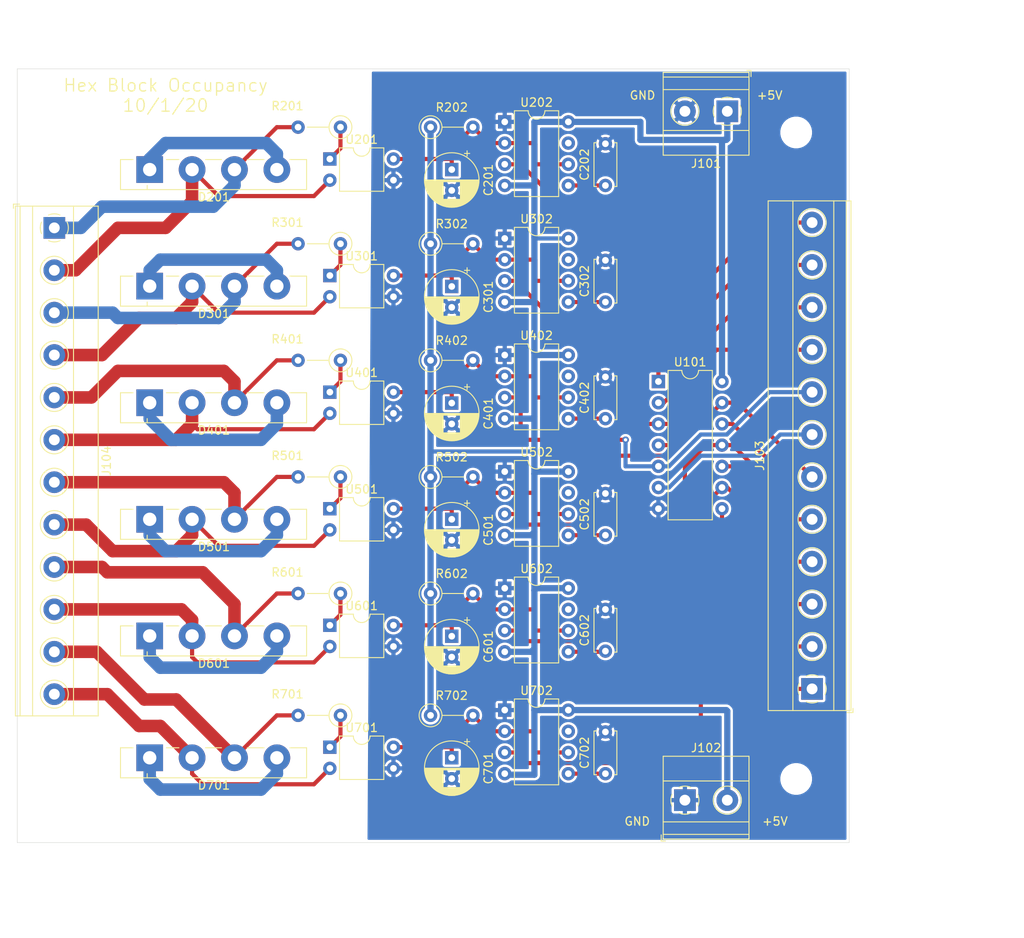
<source format=kicad_pcb>
(kicad_pcb (version 20171130) (host pcbnew "(5.1.6)-1")
  (layers (0 F.Cu signal) (31 B.Cu signal) (34 B.Paste user) (35 F.Paste user) (36 B.SilkS user) (37 F.SilkS user) (38 B.Mask user) (39 F.Mask user) (44 Edge.Cuts user))
  (net 0 "")
  (net 1 GND)
  (net 2 "Net-(C201-Pad1)")
  (net 3 "Net-(C202-Pad1)")
  (net 4 "Net-(C301-Pad1)")
  (net 5 "Net-(C302-Pad1)")
  (net 6 "Net-(C401-Pad1)")
  (net 7 "Net-(C402-Pad1)")
  (net 8 "Net-(C501-Pad1)")
  (net 9 "Net-(C502-Pad1)")
  (net 10 "Net-(C601-Pad1)")
  (net 11 "Net-(C602-Pad1)")
  (net 12 "Net-(C701-Pad1)")
  (net 13 "Net-(C702-Pad1)")
  (net 14 "Net-(D201-Pad1)")
  (net 15 "Net-(D301-Pad1)")
  (net 16 "Net-(D401-Pad1)")
  (net 17 "Net-(D501-Pad1)")
  (net 18 "Net-(D601-Pad1)")
  (net 19 "Net-(D701-Pad1)")
  (net 20 +5V)
  (net 21 "Net-(J103-Pad1)")
  (net 22 "Net-(J103-Pad3)")
  (net 23 "Net-(J103-Pad5)")
  (net 24 "Net-(J103-Pad7)")
  (net 25 "Net-(J103-Pad9)")
  (net 26 "Net-(J103-Pad11)")
  (net 27 "Net-(R201-Pad1)")
  (net 28 "Net-(R301-Pad1)")
  (net 29 "Net-(R401-Pad1)")
  (net 30 "Net-(R501-Pad1)")
  (net 31 "Net-(R601-Pad1)")
  (net 32 "Net-(R701-Pad1)")
  (net 33 "/detection a/DCCINA")
  (net 34 "/detection a/DCCINB")
  (net 35 "/detection b/DCCINB")
  (net 36 "/detection b/DCCINA")
  (net 37 "/detection c/DCCINA")
  (net 38 "/detection c/DCCINB")
  (net 39 "/detection d/DCCINA")
  (net 40 "/detection d/DCCINB")
  (net 41 "/detection e/DCCINB")
  (net 42 "/detection e/DCCINA")
  (net 43 "/detection f/DCCINB")
  (net 44 "/detection f/DCCINA")
  (net 45 "/detection a/OUT")
  (net 46 "/detection b/OUT")
  (net 47 "/detection c/OUT")
  (net 48 "/detection d/OUT")
  (net 49 "/detection e/OUT")
  (net 50 "/detection f/OUT")
  (module Package_DIP:DIP-8_W7.62mm (layer F.Cu) (at 85.725 113.03)
    (fp_text reference U702 (at 3.81 -2.33) (layer F.SilkS))
    (fp_text value NE555)
    (pad 8 thru_hole oval (at 7.62 0) (size 1.6 1.6) (drill 0.8) (layers *.Cu *.Mask) (net 20 +5V))
    (pad 4 thru_hole oval (at 0 7.62) (size 1.6 1.6) (drill 0.8) (layers *.Cu *.Mask) (net 20 +5V))
    (pad 7 thru_hole oval (at 7.62 2.54) (size 1.6 1.6) (drill 0.8) (layers *.Cu *.Mask))
    (pad 3 thru_hole oval (at 0 5.08) (size 1.6 1.6) (drill 0.8) (layers *.Cu *.Mask) (net 50 "/detection f/OUT"))
    (pad 6 thru_hole oval (at 7.62 5.08) (size 1.6 1.6) (drill 0.8) (layers *.Cu *.Mask) (net 12 "Net-(C701-Pad1)"))
    (pad 2 thru_hole oval (at 0 2.54) (size 1.6 1.6) (drill 0.8) (layers *.Cu *.Mask) (net 12 "Net-(C701-Pad1)"))
    (pad 5 thru_hole oval (at 7.62 7.62) (size 1.6 1.6) (drill 0.8) (layers *.Cu *.Mask) (net 13 "Net-(C702-Pad1)"))
    (pad 1 thru_hole rect (at 0 0) (size 1.6 1.6) (drill 0.8) (layers *.Cu *.Mask) (net 1 GND))
  )
  (module Package_DIP:DIP-8_W7.62mm (layer F.Cu) (at 85.725 70.485)
    (fp_text reference U402 (at 3.81 -2.33) (layer F.SilkS))
    (fp_text value NE555)
    (pad 1 thru_hole rect (at 0 0) (size 1.6 1.6) (drill 0.8) (layers *.Cu *.Mask) (net 1 GND))
    (pad 5 thru_hole oval (at 7.62 7.62) (size 1.6 1.6) (drill 0.8) (layers *.Cu *.Mask) (net 7 "Net-(C402-Pad1)"))
    (pad 2 thru_hole oval (at 0 2.54) (size 1.6 1.6) (drill 0.8) (layers *.Cu *.Mask) (net 6 "Net-(C401-Pad1)"))
    (pad 6 thru_hole oval (at 7.62 5.08) (size 1.6 1.6) (drill 0.8) (layers *.Cu *.Mask) (net 6 "Net-(C401-Pad1)"))
    (pad 3 thru_hole oval (at 0 5.08) (size 1.6 1.6) (drill 0.8) (layers *.Cu *.Mask) (net 47 "/detection c/OUT"))
    (pad 7 thru_hole oval (at 7.62 2.54) (size 1.6 1.6) (drill 0.8) (layers *.Cu *.Mask))
    (pad 4 thru_hole oval (at 0 7.62) (size 1.6 1.6) (drill 0.8) (layers *.Cu *.Mask) (net 20 +5V))
    (pad 8 thru_hole oval (at 7.62 0) (size 1.6 1.6) (drill 0.8) (layers *.Cu *.Mask) (net 20 +5V))
  )
  (module MountingHole:MountingHole_3.2mm_M3 (layer F.Cu) (at 34.29 43.815)
    (fp_text reference " " (at 0 -4.2) (layer F.SilkS))
    (fp_text value " ")
    (pad 1 np_thru_hole circle (at 0 0) (size 3.2 3.2) (drill 3.2) (layers *.Cu *.Mask))
  )
  (module MountingHole:MountingHole_3.2mm_M3 (layer F.Cu) (at 34.29 121.285)
    (fp_text reference " " (at 0 -4.2) (layer F.SilkS))
    (fp_text value " ")
    (pad 1 np_thru_hole circle (at 0 0) (size 3.2 3.2) (drill 3.2) (layers *.Cu *.Mask))
  )
  (module MountingHole:MountingHole_3.2mm_M3 (layer F.Cu) (at 120.65 121.285)
    (fp_text reference " " (at 0 -4.2) (layer F.SilkS))
    (fp_text value " ")
    (pad 1 np_thru_hole circle (at 0 0) (size 3.2 3.2) (drill 3.2) (layers *.Cu *.Mask))
  )
  (module MountingHole:MountingHole_3.2mm_M3 (layer F.Cu) (at 120.65 43.815)
    (fp_text reference " " (at 0 -4.2) (layer F.SilkS))
    (fp_text value " ")
    (pad 1 np_thru_hole circle (at 0 0) (size 3.2 3.2) (drill 3.2) (layers *.Cu *.Mask))
  )
  (module Capacitor_THT:CP_Radial_D6.3mm_P2.50mm (layer F.Cu) (at 79.375 48.26 270)
    (fp_text reference C201 (at 1.25 -4.4 90) (layer F.SilkS))
    (fp_text value "10uf 50v")
    (pad 1 thru_hole rect (at 0 0 270) (size 1.6 1.6) (drill 0.8) (layers *.Cu *.Mask) (net 2 "Net-(C201-Pad1)"))
    (pad 2 thru_hole circle (at 2.5 0 270) (size 1.6 1.6) (drill 0.8) (layers *.Cu *.Mask) (net 1 GND))
  )
  (module Capacitor_THT:C_Disc_D5.0mm_W2.5mm_P5.00mm (layer F.Cu) (at 97.79 50.165 90)
    (fp_text reference C202 (at 2.5 -2.5 90) (layer F.SilkS))
    (fp_text value 0.01uf)
    (pad 1 thru_hole circle (at 0 0 90) (size 1.6 1.6) (drill 0.8) (layers *.Cu *.Mask) (net 3 "Net-(C202-Pad1)"))
    (pad 2 thru_hole circle (at 5 0 90) (size 1.6 1.6) (drill 0.8) (layers *.Cu *.Mask) (net 1 GND))
  )
  (module Capacitor_THT:CP_Radial_D6.3mm_P2.50mm (layer F.Cu) (at 79.375 62.27 270)
    (fp_text reference C301 (at 1.25 -4.4 90) (layer F.SilkS))
    (fp_text value "10uf 50v")
    (pad 2 thru_hole circle (at 2.5 0 270) (size 1.6 1.6) (drill 0.8) (layers *.Cu *.Mask) (net 1 GND))
    (pad 1 thru_hole rect (at 0 0 270) (size 1.6 1.6) (drill 0.8) (layers *.Cu *.Mask) (net 4 "Net-(C301-Pad1)"))
  )
  (module Capacitor_THT:C_Disc_D5.0mm_W2.5mm_P5.00mm (layer F.Cu) (at 97.79 64.135 90)
    (fp_text reference C302 (at 2.5 -2.5 90) (layer F.SilkS))
    (fp_text value 0.01uf)
    (pad 2 thru_hole circle (at 5 0 90) (size 1.6 1.6) (drill 0.8) (layers *.Cu *.Mask) (net 1 GND))
    (pad 1 thru_hole circle (at 0 0 90) (size 1.6 1.6) (drill 0.8) (layers *.Cu *.Mask) (net 5 "Net-(C302-Pad1)"))
  )
  (module Capacitor_THT:CP_Radial_D6.3mm_P2.50mm (layer F.Cu) (at 79.375 76.24 270)
    (fp_text reference C401 (at 1.25 -4.4 90) (layer F.SilkS))
    (fp_text value "10uf 50v")
    (pad 2 thru_hole circle (at 2.5 0 270) (size 1.6 1.6) (drill 0.8) (layers *.Cu *.Mask) (net 1 GND))
    (pad 1 thru_hole rect (at 0 0 270) (size 1.6 1.6) (drill 0.8) (layers *.Cu *.Mask) (net 6 "Net-(C401-Pad1)"))
  )
  (module Capacitor_THT:C_Disc_D5.0mm_W2.5mm_P5.00mm (layer F.Cu) (at 97.79 78.105 90)
    (fp_text reference C402 (at 2.5 -2.5 90) (layer F.SilkS))
    (fp_text value 0.01uf)
    (pad 2 thru_hole circle (at 5 0 90) (size 1.6 1.6) (drill 0.8) (layers *.Cu *.Mask) (net 1 GND))
    (pad 1 thru_hole circle (at 0 0 90) (size 1.6 1.6) (drill 0.8) (layers *.Cu *.Mask) (net 7 "Net-(C402-Pad1)"))
  )
  (module Capacitor_THT:CP_Radial_D6.3mm_P2.50mm (layer F.Cu) (at 79.375 90.17 270)
    (fp_text reference C501 (at 1.25 -4.4 90) (layer F.SilkS))
    (fp_text value "10uf 50v")
    (pad 1 thru_hole rect (at 0 0 270) (size 1.6 1.6) (drill 0.8) (layers *.Cu *.Mask) (net 8 "Net-(C501-Pad1)"))
    (pad 2 thru_hole circle (at 2.5 0 270) (size 1.6 1.6) (drill 0.8) (layers *.Cu *.Mask) (net 1 GND))
  )
  (module Capacitor_THT:C_Disc_D5.0mm_W2.5mm_P5.00mm (layer F.Cu) (at 97.79 92.075 90)
    (fp_text reference C502 (at 2.5 -2.5 90) (layer F.SilkS))
    (fp_text value 0.01uf)
    (pad 1 thru_hole circle (at 0 0 90) (size 1.6 1.6) (drill 0.8) (layers *.Cu *.Mask) (net 9 "Net-(C502-Pad1)"))
    (pad 2 thru_hole circle (at 5 0 90) (size 1.6 1.6) (drill 0.8) (layers *.Cu *.Mask) (net 1 GND))
  )
  (module Capacitor_THT:CP_Radial_D6.3mm_P2.50mm (layer F.Cu) (at 79.375 104.18 270)
    (fp_text reference C601 (at 1.25 -4.4 90) (layer F.SilkS))
    (fp_text value "10uf 50v")
    (pad 1 thru_hole rect (at 0 0 270) (size 1.6 1.6) (drill 0.8) (layers *.Cu *.Mask) (net 10 "Net-(C601-Pad1)"))
    (pad 2 thru_hole circle (at 2.5 0 270) (size 1.6 1.6) (drill 0.8) (layers *.Cu *.Mask) (net 1 GND))
  )
  (module Capacitor_THT:C_Disc_D5.0mm_W2.5mm_P5.00mm (layer F.Cu) (at 97.79 105.965 90)
    (fp_text reference C602 (at 2.5 -2.5 90) (layer F.SilkS))
    (fp_text value 0.01uf)
    (pad 1 thru_hole circle (at 0 0 90) (size 1.6 1.6) (drill 0.8) (layers *.Cu *.Mask) (net 11 "Net-(C602-Pad1)"))
    (pad 2 thru_hole circle (at 5 0 90) (size 1.6 1.6) (drill 0.8) (layers *.Cu *.Mask) (net 1 GND))
  )
  (module Capacitor_THT:CP_Radial_D6.3mm_P2.50mm (layer F.Cu) (at 79.375 118.745 270)
    (fp_text reference C701 (at 1.25 -4.4 90) (layer F.SilkS))
    (fp_text value "10uf 50v")
    (pad 2 thru_hole circle (at 2.5 0 270) (size 1.6 1.6) (drill 0.8) (layers *.Cu *.Mask) (net 1 GND))
    (pad 1 thru_hole rect (at 0 0 270) (size 1.6 1.6) (drill 0.8) (layers *.Cu *.Mask) (net 12 "Net-(C701-Pad1)"))
  )
  (module Capacitor_THT:C_Disc_D5.0mm_W2.5mm_P5.00mm (layer F.Cu) (at 97.79 120.65 90)
    (fp_text reference C702 (at 2.5 -2.5 90) (layer F.SilkS))
    (fp_text value 0.01uf)
    (pad 2 thru_hole circle (at 5 0 90) (size 1.6 1.6) (drill 0.8) (layers *.Cu *.Mask) (net 1 GND))
    (pad 1 thru_hole circle (at 0 0 90) (size 1.6 1.6) (drill 0.8) (layers *.Cu *.Mask) (net 13 "Net-(C702-Pad1)"))
  )
  (module Diode_THT:Diode_Bridge_Vishay_GBU (layer F.Cu) (at 43.18 48.26)
    (fp_text reference D201 (at 7.7 3.3 180) (layer F.SilkS))
    (fp_text value GBU4M)
    (pad 4 thru_hole circle (at 15.24 0) (size 3.2 3.2) (drill 1.6) (layers *.Cu *.Mask) (net 14 "Net-(D201-Pad1)"))
    (pad 3 thru_hole circle (at 10.16 0) (size 3.2 3.2) (drill 1.6) (layers *.Cu *.Mask) (net 33 "/detection a/DCCINA"))
    (pad 2 thru_hole circle (at 5.08 0) (size 3.2 3.2) (drill 1.6) (layers *.Cu *.Mask) (net 34 "/detection a/DCCINB"))
    (pad 1 thru_hole rect (at 0 0) (size 3.2 3.2) (drill 1.6) (layers *.Cu *.Mask) (net 14 "Net-(D201-Pad1)"))
  )
  (module Diode_THT:Diode_Bridge_Vishay_GBU (layer F.Cu) (at 43.18 62.23)
    (fp_text reference D301 (at 7.7 3.3 180) (layer F.SilkS))
    (fp_text value GBU4M)
    (pad 1 thru_hole rect (at 0 0) (size 3.2 3.2) (drill 1.6) (layers *.Cu *.Mask) (net 15 "Net-(D301-Pad1)"))
    (pad 2 thru_hole circle (at 5.08 0) (size 3.2 3.2) (drill 1.6) (layers *.Cu *.Mask) (net 35 "/detection b/DCCINB"))
    (pad 3 thru_hole circle (at 10.16 0) (size 3.2 3.2) (drill 1.6) (layers *.Cu *.Mask) (net 36 "/detection b/DCCINA"))
    (pad 4 thru_hole circle (at 15.24 0) (size 3.2 3.2) (drill 1.6) (layers *.Cu *.Mask) (net 15 "Net-(D301-Pad1)"))
  )
  (module Diode_THT:Diode_Bridge_Vishay_GBU (layer F.Cu) (at 43.18 76.2)
    (fp_text reference D401 (at 7.7 3.3 180) (layer F.SilkS))
    (fp_text value GBU4M)
    (pad 4 thru_hole circle (at 15.24 0) (size 3.2 3.2) (drill 1.6) (layers *.Cu *.Mask) (net 16 "Net-(D401-Pad1)"))
    (pad 3 thru_hole circle (at 10.16 0) (size 3.2 3.2) (drill 1.6) (layers *.Cu *.Mask) (net 37 "/detection c/DCCINA"))
    (pad 2 thru_hole circle (at 5.08 0) (size 3.2 3.2) (drill 1.6) (layers *.Cu *.Mask) (net 38 "/detection c/DCCINB"))
    (pad 1 thru_hole rect (at 0 0) (size 3.2 3.2) (drill 1.6) (layers *.Cu *.Mask) (net 16 "Net-(D401-Pad1)"))
  )
  (module Diode_THT:Diode_Bridge_Vishay_GBU (layer F.Cu) (at 43.18 90.17)
    (fp_text reference D501 (at 7.7 3.3 180) (layer F.SilkS))
    (fp_text value GBU4M)
    (pad 4 thru_hole circle (at 15.24 0) (size 3.2 3.2) (drill 1.6) (layers *.Cu *.Mask) (net 17 "Net-(D501-Pad1)"))
    (pad 3 thru_hole circle (at 10.16 0) (size 3.2 3.2) (drill 1.6) (layers *.Cu *.Mask) (net 39 "/detection d/DCCINA"))
    (pad 2 thru_hole circle (at 5.08 0) (size 3.2 3.2) (drill 1.6) (layers *.Cu *.Mask) (net 40 "/detection d/DCCINB"))
    (pad 1 thru_hole rect (at 0 0) (size 3.2 3.2) (drill 1.6) (layers *.Cu *.Mask) (net 17 "Net-(D501-Pad1)"))
  )
  (module Diode_THT:Diode_Bridge_Vishay_GBU (layer F.Cu) (at 43.18 104.14)
    (fp_text reference D601 (at 7.7 3.3 180) (layer F.SilkS))
    (fp_text value GBU4M)
    (pad 1 thru_hole rect (at 0 0) (size 3.2 3.2) (drill 1.6) (layers *.Cu *.Mask) (net 18 "Net-(D601-Pad1)"))
    (pad 2 thru_hole circle (at 5.08 0) (size 3.2 3.2) (drill 1.6) (layers *.Cu *.Mask) (net 41 "/detection e/DCCINB"))
    (pad 3 thru_hole circle (at 10.16 0) (size 3.2 3.2) (drill 1.6) (layers *.Cu *.Mask) (net 42 "/detection e/DCCINA"))
    (pad 4 thru_hole circle (at 15.24 0) (size 3.2 3.2) (drill 1.6) (layers *.Cu *.Mask) (net 18 "Net-(D601-Pad1)"))
  )
  (module Diode_THT:Diode_Bridge_Vishay_GBU (layer F.Cu) (at 43.18 118.745)
    (fp_text reference D701 (at 7.7 3.3 180) (layer F.SilkS))
    (fp_text value GBU4M)
    (pad 1 thru_hole rect (at 0 0) (size 3.2 3.2) (drill 1.6) (layers *.Cu *.Mask) (net 19 "Net-(D701-Pad1)"))
    (pad 2 thru_hole circle (at 5.08 0) (size 3.2 3.2) (drill 1.6) (layers *.Cu *.Mask) (net 43 "/detection f/DCCINB"))
    (pad 3 thru_hole circle (at 10.16 0) (size 3.2 3.2) (drill 1.6) (layers *.Cu *.Mask) (net 44 "/detection f/DCCINA"))
    (pad 4 thru_hole circle (at 15.24 0) (size 3.2 3.2) (drill 1.6) (layers *.Cu *.Mask) (net 19 "Net-(D701-Pad1)"))
  )
  (module Resistor_THT:R_Axial_DIN0207_L6.3mm_D2.5mm_P5.08mm_Vertical (layer F.Cu) (at 66.04 43.18 180)
    (fp_text reference R201 (at 6.35 2.54) (layer F.SilkS))
    (fp_text value 33R)
    (pad 1 thru_hole circle (at 0 0 180) (size 1.6 1.6) (drill 0.8) (layers *.Cu *.Mask) (net 27 "Net-(R201-Pad1)"))
    (pad 2 thru_hole oval (at 5.08 0 180) (size 1.6 1.6) (drill 0.8) (layers *.Cu *.Mask) (net 33 "/detection a/DCCINA"))
  )
  (module Resistor_THT:R_Axial_DIN0207_L6.3mm_D2.5mm_P5.08mm_Vertical (layer F.Cu) (at 76.835 43.18)
    (fp_text reference R202 (at 2.54 -2.37) (layer F.SilkS))
    (fp_text value 120K)
    (pad 2 thru_hole oval (at 5.08 0) (size 1.6 1.6) (drill 0.8) (layers *.Cu *.Mask) (net 2 "Net-(C201-Pad1)"))
    (pad 1 thru_hole circle (at 0 0) (size 1.6 1.6) (drill 0.8) (layers *.Cu *.Mask) (net 20 +5V))
  )
  (module Resistor_THT:R_Axial_DIN0207_L6.3mm_D2.5mm_P5.08mm_Vertical (layer F.Cu) (at 66.04 57.15 180)
    (fp_text reference R301 (at 6.35 2.54) (layer F.SilkS))
    (fp_text value 33R)
    (pad 1 thru_hole circle (at 0 0 180) (size 1.6 1.6) (drill 0.8) (layers *.Cu *.Mask) (net 28 "Net-(R301-Pad1)"))
    (pad 2 thru_hole oval (at 5.08 0 180) (size 1.6 1.6) (drill 0.8) (layers *.Cu *.Mask) (net 36 "/detection b/DCCINA"))
  )
  (module Resistor_THT:R_Axial_DIN0207_L6.3mm_D2.5mm_P5.08mm_Vertical (layer F.Cu) (at 76.835 57.15)
    (fp_text reference R302 (at 2.54 -2.37) (layer F.SilkS))
    (fp_text value 120K)
    (pad 2 thru_hole oval (at 5.08 0) (size 1.6 1.6) (drill 0.8) (layers *.Cu *.Mask) (net 4 "Net-(C301-Pad1)"))
    (pad 1 thru_hole circle (at 0 0) (size 1.6 1.6) (drill 0.8) (layers *.Cu *.Mask) (net 20 +5V))
  )
  (module Resistor_THT:R_Axial_DIN0207_L6.3mm_D2.5mm_P5.08mm_Vertical (layer F.Cu) (at 66.04 71.12 180)
    (fp_text reference R401 (at 6.35 2.54) (layer F.SilkS))
    (fp_text value 33R)
    (pad 1 thru_hole circle (at 0 0 180) (size 1.6 1.6) (drill 0.8) (layers *.Cu *.Mask) (net 29 "Net-(R401-Pad1)"))
    (pad 2 thru_hole oval (at 5.08 0 180) (size 1.6 1.6) (drill 0.8) (layers *.Cu *.Mask) (net 37 "/detection c/DCCINA"))
  )
  (module Resistor_THT:R_Axial_DIN0207_L6.3mm_D2.5mm_P5.08mm_Vertical (layer F.Cu) (at 76.835 71.12)
    (fp_text reference R402 (at 2.54 -2.37) (layer F.SilkS))
    (fp_text value 120K)
    (pad 2 thru_hole oval (at 5.08 0) (size 1.6 1.6) (drill 0.8) (layers *.Cu *.Mask) (net 6 "Net-(C401-Pad1)"))
    (pad 1 thru_hole circle (at 0 0) (size 1.6 1.6) (drill 0.8) (layers *.Cu *.Mask) (net 20 +5V))
  )
  (module Resistor_THT:R_Axial_DIN0207_L6.3mm_D2.5mm_P5.08mm_Vertical (layer F.Cu) (at 66.04 85.09 180)
    (fp_text reference R501 (at 6.35 2.54) (layer F.SilkS))
    (fp_text value 33R)
    (pad 2 thru_hole oval (at 5.08 0 180) (size 1.6 1.6) (drill 0.8) (layers *.Cu *.Mask) (net 39 "/detection d/DCCINA"))
    (pad 1 thru_hole circle (at 0 0 180) (size 1.6 1.6) (drill 0.8) (layers *.Cu *.Mask) (net 30 "Net-(R501-Pad1)"))
  )
  (module Resistor_THT:R_Axial_DIN0207_L6.3mm_D2.5mm_P5.08mm_Vertical (layer F.Cu) (at 76.835 85.09)
    (fp_text reference R502 (at 2.54 -2.37) (layer F.SilkS))
    (fp_text value 120K)
    (pad 2 thru_hole oval (at 5.08 0) (size 1.6 1.6) (drill 0.8) (layers *.Cu *.Mask) (net 8 "Net-(C501-Pad1)"))
    (pad 1 thru_hole circle (at 0 0) (size 1.6 1.6) (drill 0.8) (layers *.Cu *.Mask) (net 20 +5V))
  )
  (module Resistor_THT:R_Axial_DIN0207_L6.3mm_D2.5mm_P5.08mm_Vertical (layer F.Cu) (at 66.04 99.06 180)
    (fp_text reference R601 (at 6.35 2.54) (layer F.SilkS))
    (fp_text value 33R)
    (pad 2 thru_hole oval (at 5.08 0 180) (size 1.6 1.6) (drill 0.8) (layers *.Cu *.Mask) (net 42 "/detection e/DCCINA"))
    (pad 1 thru_hole circle (at 0 0 180) (size 1.6 1.6) (drill 0.8) (layers *.Cu *.Mask) (net 31 "Net-(R601-Pad1)"))
  )
  (module Resistor_THT:R_Axial_DIN0207_L6.3mm_D2.5mm_P5.08mm_Vertical (layer F.Cu) (at 76.835 99.06)
    (fp_text reference R602 (at 2.54 -2.37) (layer F.SilkS))
    (fp_text value 120K)
    (pad 1 thru_hole circle (at 0 0) (size 1.6 1.6) (drill 0.8) (layers *.Cu *.Mask) (net 20 +5V))
    (pad 2 thru_hole oval (at 5.08 0) (size 1.6 1.6) (drill 0.8) (layers *.Cu *.Mask) (net 10 "Net-(C601-Pad1)"))
  )
  (module Resistor_THT:R_Axial_DIN0207_L6.3mm_D2.5mm_P5.08mm_Vertical (layer F.Cu) (at 66.04 113.665 180)
    (fp_text reference R701 (at 6.35 2.54) (layer F.SilkS))
    (fp_text value 33R)
    (pad 1 thru_hole circle (at 0 0 180) (size 1.6 1.6) (drill 0.8) (layers *.Cu *.Mask) (net 32 "Net-(R701-Pad1)"))
    (pad 2 thru_hole oval (at 5.08 0 180) (size 1.6 1.6) (drill 0.8) (layers *.Cu *.Mask) (net 44 "/detection f/DCCINA"))
  )
  (module Resistor_THT:R_Axial_DIN0207_L6.3mm_D2.5mm_P5.08mm_Vertical (layer F.Cu) (at 76.835 113.665)
    (fp_text reference R702 (at 2.54 -2.37) (layer F.SilkS))
    (fp_text value 120K)
    (pad 1 thru_hole circle (at 0 0) (size 1.6 1.6) (drill 0.8) (layers *.Cu *.Mask) (net 20 +5V))
    (pad 2 thru_hole oval (at 5.08 0) (size 1.6 1.6) (drill 0.8) (layers *.Cu *.Mask) (net 12 "Net-(C701-Pad1)"))
  )
  (module Package_DIP:DIP-14_W7.62mm (layer F.Cu) (at 104.14 73.66)
    (fp_text reference U101 (at 3.81 -2.33) (layer F.SilkS))
    (fp_text value 74LS14)
    (pad 1 thru_hole rect (at 0 0) (size 1.6 1.6) (drill 0.8) (layers *.Cu *.Mask) (net 45 "/detection a/OUT"))
    (pad 8 thru_hole oval (at 7.62 15.24) (size 1.6 1.6) (drill 0.8) (layers *.Cu *.Mask) (net 21 "Net-(J103-Pad1)"))
    (pad 2 thru_hole oval (at 0 2.54) (size 1.6 1.6) (drill 0.8) (layers *.Cu *.Mask) (net 26 "Net-(J103-Pad11)"))
    (pad 9 thru_hole oval (at 7.62 12.7) (size 1.6 1.6) (drill 0.8) (layers *.Cu *.Mask) (net 50 "/detection f/OUT"))
    (pad 3 thru_hole oval (at 0 5.08) (size 1.6 1.6) (drill 0.8) (layers *.Cu *.Mask) (net 46 "/detection b/OUT"))
    (pad 10 thru_hole oval (at 7.62 10.16) (size 1.6 1.6) (drill 0.8) (layers *.Cu *.Mask) (net 22 "Net-(J103-Pad3)"))
    (pad 4 thru_hole oval (at 0 7.62) (size 1.6 1.6) (drill 0.8) (layers *.Cu *.Mask) (net 25 "Net-(J103-Pad9)"))
    (pad 11 thru_hole oval (at 7.62 7.62) (size 1.6 1.6) (drill 0.8) (layers *.Cu *.Mask) (net 49 "/detection e/OUT"))
    (pad 5 thru_hole oval (at 0 10.16) (size 1.6 1.6) (drill 0.8) (layers *.Cu *.Mask) (net 47 "/detection c/OUT"))
    (pad 12 thru_hole oval (at 7.62 5.08) (size 1.6 1.6) (drill 0.8) (layers *.Cu *.Mask) (net 23 "Net-(J103-Pad5)"))
    (pad 6 thru_hole oval (at 0 12.7) (size 1.6 1.6) (drill 0.8) (layers *.Cu *.Mask) (net 24 "Net-(J103-Pad7)"))
    (pad 13 thru_hole oval (at 7.62 2.54) (size 1.6 1.6) (drill 0.8) (layers *.Cu *.Mask) (net 48 "/detection d/OUT"))
    (pad 7 thru_hole oval (at 0 15.24) (size 1.6 1.6) (drill 0.8) (layers *.Cu *.Mask) (net 1 GND))
    (pad 14 thru_hole oval (at 7.62 0) (size 1.6 1.6) (drill 0.8) (layers *.Cu *.Mask) (net 20 +5V))
  )
  (module Package_DIP:DIP-4_W7.62mm (layer F.Cu) (at 64.77 46.99)
    (fp_text reference U201 (at 3.81 -2.33) (layer F.SilkS))
    (fp_text value LTV8141)
    (pad 1 thru_hole rect (at 0 0) (size 1.6 1.6) (drill 0.8) (layers *.Cu *.Mask) (net 27 "Net-(R201-Pad1)"))
    (pad 3 thru_hole oval (at 7.62 2.54) (size 1.6 1.6) (drill 0.8) (layers *.Cu *.Mask) (net 1 GND))
    (pad 2 thru_hole oval (at 0 2.54) (size 1.6 1.6) (drill 0.8) (layers *.Cu *.Mask) (net 34 "/detection a/DCCINB"))
    (pad 4 thru_hole oval (at 7.62 0) (size 1.6 1.6) (drill 0.8) (layers *.Cu *.Mask) (net 2 "Net-(C201-Pad1)"))
  )
  (module Package_DIP:DIP-8_W7.62mm (layer F.Cu) (at 85.725 42.545)
    (fp_text reference U202 (at 3.81 -2.33) (layer F.SilkS))
    (fp_text value NE555)
    (pad 8 thru_hole oval (at 7.62 0) (size 1.6 1.6) (drill 0.8) (layers *.Cu *.Mask) (net 20 +5V))
    (pad 4 thru_hole oval (at 0 7.62) (size 1.6 1.6) (drill 0.8) (layers *.Cu *.Mask) (net 20 +5V))
    (pad 7 thru_hole oval (at 7.62 2.54) (size 1.6 1.6) (drill 0.8) (layers *.Cu *.Mask))
    (pad 3 thru_hole oval (at 0 5.08) (size 1.6 1.6) (drill 0.8) (layers *.Cu *.Mask) (net 45 "/detection a/OUT"))
    (pad 6 thru_hole oval (at 7.62 5.08) (size 1.6 1.6) (drill 0.8) (layers *.Cu *.Mask) (net 2 "Net-(C201-Pad1)"))
    (pad 2 thru_hole oval (at 0 2.54) (size 1.6 1.6) (drill 0.8) (layers *.Cu *.Mask) (net 2 "Net-(C201-Pad1)"))
    (pad 5 thru_hole oval (at 7.62 7.62) (size 1.6 1.6) (drill 0.8) (layers *.Cu *.Mask) (net 3 "Net-(C202-Pad1)"))
    (pad 1 thru_hole rect (at 0 0) (size 1.6 1.6) (drill 0.8) (layers *.Cu *.Mask) (net 1 GND))
  )
  (module Package_DIP:DIP-4_W7.62mm (layer F.Cu) (at 64.77 60.96)
    (fp_text reference U301 (at 3.81 -2.33) (layer F.SilkS))
    (fp_text value LTV8141)
    (pad 4 thru_hole oval (at 7.62 0) (size 1.6 1.6) (drill 0.8) (layers *.Cu *.Mask) (net 4 "Net-(C301-Pad1)"))
    (pad 2 thru_hole oval (at 0 2.54) (size 1.6 1.6) (drill 0.8) (layers *.Cu *.Mask) (net 35 "/detection b/DCCINB"))
    (pad 3 thru_hole oval (at 7.62 2.54) (size 1.6 1.6) (drill 0.8) (layers *.Cu *.Mask) (net 1 GND))
    (pad 1 thru_hole rect (at 0 0) (size 1.6 1.6) (drill 0.8) (layers *.Cu *.Mask) (net 28 "Net-(R301-Pad1)"))
  )
  (module Package_DIP:DIP-8_W7.62mm (layer F.Cu) (at 85.725 56.515)
    (fp_text reference U302 (at 3.81 -2.33) (layer F.SilkS))
    (fp_text value NE555)
    (pad 8 thru_hole oval (at 7.62 0) (size 1.6 1.6) (drill 0.8) (layers *.Cu *.Mask) (net 20 +5V))
    (pad 4 thru_hole oval (at 0 7.62) (size 1.6 1.6) (drill 0.8) (layers *.Cu *.Mask) (net 20 +5V))
    (pad 7 thru_hole oval (at 7.62 2.54) (size 1.6 1.6) (drill 0.8) (layers *.Cu *.Mask))
    (pad 3 thru_hole oval (at 0 5.08) (size 1.6 1.6) (drill 0.8) (layers *.Cu *.Mask) (net 46 "/detection b/OUT"))
    (pad 6 thru_hole oval (at 7.62 5.08) (size 1.6 1.6) (drill 0.8) (layers *.Cu *.Mask) (net 4 "Net-(C301-Pad1)"))
    (pad 2 thru_hole oval (at 0 2.54) (size 1.6 1.6) (drill 0.8) (layers *.Cu *.Mask) (net 4 "Net-(C301-Pad1)"))
    (pad 5 thru_hole oval (at 7.62 7.62) (size 1.6 1.6) (drill 0.8) (layers *.Cu *.Mask) (net 5 "Net-(C302-Pad1)"))
    (pad 1 thru_hole rect (at 0 0) (size 1.6 1.6) (drill 0.8) (layers *.Cu *.Mask) (net 1 GND))
  )
  (module Package_DIP:DIP-4_W7.62mm (layer F.Cu) (at 64.77 74.93)
    (fp_text reference U401 (at 3.81 -2.33) (layer F.SilkS))
    (fp_text value LTV8141)
    (pad 1 thru_hole rect (at 0 0) (size 1.6 1.6) (drill 0.8) (layers *.Cu *.Mask) (net 29 "Net-(R401-Pad1)"))
    (pad 3 thru_hole oval (at 7.62 2.54) (size 1.6 1.6) (drill 0.8) (layers *.Cu *.Mask) (net 1 GND))
    (pad 2 thru_hole oval (at 0 2.54) (size 1.6 1.6) (drill 0.8) (layers *.Cu *.Mask) (net 38 "/detection c/DCCINB"))
    (pad 4 thru_hole oval (at 7.62 0) (size 1.6 1.6) (drill 0.8) (layers *.Cu *.Mask) (net 6 "Net-(C401-Pad1)"))
  )
  (module Package_DIP:DIP-4_W7.62mm (layer F.Cu) (at 64.77 88.9)
    (fp_text reference U501 (at 3.81 -2.33) (layer F.SilkS))
    (fp_text value LTV8141)
    (pad 1 thru_hole rect (at 0 0) (size 1.6 1.6) (drill 0.8) (layers *.Cu *.Mask) (net 30 "Net-(R501-Pad1)"))
    (pad 3 thru_hole oval (at 7.62 2.54) (size 1.6 1.6) (drill 0.8) (layers *.Cu *.Mask) (net 1 GND))
    (pad 2 thru_hole oval (at 0 2.54) (size 1.6 1.6) (drill 0.8) (layers *.Cu *.Mask) (net 40 "/detection d/DCCINB"))
    (pad 4 thru_hole oval (at 7.62 0) (size 1.6 1.6) (drill 0.8) (layers *.Cu *.Mask) (net 8 "Net-(C501-Pad1)"))
  )
  (module Package_DIP:DIP-8_W7.62mm (layer F.Cu) (at 85.725 84.455)
    (fp_text reference U502 (at 3.81 -2.33) (layer F.SilkS))
    (fp_text value NE555)
    (pad 1 thru_hole rect (at 0 0) (size 1.6 1.6) (drill 0.8) (layers *.Cu *.Mask) (net 1 GND))
    (pad 5 thru_hole oval (at 7.62 7.62) (size 1.6 1.6) (drill 0.8) (layers *.Cu *.Mask) (net 9 "Net-(C502-Pad1)"))
    (pad 2 thru_hole oval (at 0 2.54) (size 1.6 1.6) (drill 0.8) (layers *.Cu *.Mask) (net 8 "Net-(C501-Pad1)"))
    (pad 6 thru_hole oval (at 7.62 5.08) (size 1.6 1.6) (drill 0.8) (layers *.Cu *.Mask) (net 8 "Net-(C501-Pad1)"))
    (pad 3 thru_hole oval (at 0 5.08) (size 1.6 1.6) (drill 0.8) (layers *.Cu *.Mask) (net 48 "/detection d/OUT"))
    (pad 7 thru_hole oval (at 7.62 2.54) (size 1.6 1.6) (drill 0.8) (layers *.Cu *.Mask))
    (pad 4 thru_hole oval (at 0 7.62) (size 1.6 1.6) (drill 0.8) (layers *.Cu *.Mask) (net 20 +5V))
    (pad 8 thru_hole oval (at 7.62 0) (size 1.6 1.6) (drill 0.8) (layers *.Cu *.Mask) (net 20 +5V))
  )
  (module Package_DIP:DIP-4_W7.62mm (layer F.Cu) (at 64.77 102.87)
    (fp_text reference U601 (at 3.81 -2.33) (layer F.SilkS))
    (fp_text value LTV8141)
    (pad 4 thru_hole oval (at 7.62 0) (size 1.6 1.6) (drill 0.8) (layers *.Cu *.Mask) (net 10 "Net-(C601-Pad1)"))
    (pad 2 thru_hole oval (at 0 2.54) (size 1.6 1.6) (drill 0.8) (layers *.Cu *.Mask) (net 41 "/detection e/DCCINB"))
    (pad 3 thru_hole oval (at 7.62 2.54) (size 1.6 1.6) (drill 0.8) (layers *.Cu *.Mask) (net 1 GND))
    (pad 1 thru_hole rect (at 0 0) (size 1.6 1.6) (drill 0.8) (layers *.Cu *.Mask) (net 31 "Net-(R601-Pad1)"))
  )
  (module Package_DIP:DIP-8_W7.62mm (layer F.Cu) (at 85.725 98.425)
    (fp_text reference U602 (at 3.81 -2.33) (layer F.SilkS))
    (fp_text value NE555)
    (pad 1 thru_hole rect (at 0 0) (size 1.6 1.6) (drill 0.8) (layers *.Cu *.Mask) (net 1 GND))
    (pad 5 thru_hole oval (at 7.62 7.62) (size 1.6 1.6) (drill 0.8) (layers *.Cu *.Mask) (net 11 "Net-(C602-Pad1)"))
    (pad 2 thru_hole oval (at 0 2.54) (size 1.6 1.6) (drill 0.8) (layers *.Cu *.Mask) (net 10 "Net-(C601-Pad1)"))
    (pad 6 thru_hole oval (at 7.62 5.08) (size 1.6 1.6) (drill 0.8) (layers *.Cu *.Mask) (net 10 "Net-(C601-Pad1)"))
    (pad 3 thru_hole oval (at 0 5.08) (size 1.6 1.6) (drill 0.8) (layers *.Cu *.Mask) (net 49 "/detection e/OUT"))
    (pad 7 thru_hole oval (at 7.62 2.54) (size 1.6 1.6) (drill 0.8) (layers *.Cu *.Mask))
    (pad 4 thru_hole oval (at 0 7.62) (size 1.6 1.6) (drill 0.8) (layers *.Cu *.Mask) (net 20 +5V))
    (pad 8 thru_hole oval (at 7.62 0) (size 1.6 1.6) (drill 0.8) (layers *.Cu *.Mask) (net 20 +5V))
  )
  (module Package_DIP:DIP-4_W7.62mm (layer F.Cu) (at 64.77 117.475)
    (fp_text reference U701 (at 3.81 -2.33) (layer F.SilkS))
    (fp_text value LTV8141)
    (pad 4 thru_hole oval (at 7.62 0) (size 1.6 1.6) (drill 0.8) (layers *.Cu *.Mask) (net 12 "Net-(C701-Pad1)"))
    (pad 2 thru_hole oval (at 0 2.54) (size 1.6 1.6) (drill 0.8) (layers *.Cu *.Mask) (net 43 "/detection f/DCCINB"))
    (pad 3 thru_hole oval (at 7.62 2.54) (size 1.6 1.6) (drill 0.8) (layers *.Cu *.Mask) (net 1 GND))
    (pad 1 thru_hole rect (at 0 0) (size 1.6 1.6) (drill 0.8) (layers *.Cu *.Mask) (net 32 "Net-(R701-Pad1)"))
  )
  (module TerminalBlock_Phoenix:TerminalBlock_Phoenix_MKDS-1,5-2-5.08_1x02_P5.08mm_Horizontal (layer F.Cu) (at 112.395 41.275 180)
    (fp_text reference J101 (at 2.54 -6.26) (layer F.SilkS))
    (fp_text value Conn_01x02)
    (pad 1 thru_hole rect (at 0 0 180) (size 2.6 2.6) (drill 1.3) (layers *.Cu *.Mask) (net 20 +5V))
    (pad 2 thru_hole circle (at 5.08 0 180) (size 2.6 2.6) (drill 1.3) (layers *.Cu *.Mask) (net 1 GND))
  )
  (module TerminalBlock_Phoenix:TerminalBlock_Phoenix_MKDS-1,5-2-5.08_1x02_P5.08mm_Horizontal (layer F.Cu) (at 107.315 123.825)
    (fp_text reference J102 (at 2.54 -6.26) (layer F.SilkS))
    (fp_text value Conn_01x02)
    (pad 2 thru_hole circle (at 5.08 0) (size 2.6 2.6) (drill 1.3) (layers *.Cu *.Mask) (net 20 +5V))
    (pad 1 thru_hole rect (at 0 0) (size 2.6 2.6) (drill 1.3) (layers *.Cu *.Mask) (net 1 GND))
  )
  (module TerminalBlock_Phoenix:TerminalBlock_Phoenix_MKDS-1,5-12-5.08_1x12_P5.08mm_Horizontal (layer F.Cu) (at 122.555 110.49 90)
    (fp_text reference J103 (at 27.94 -6.26 90) (layer F.SilkS))
    (fp_text value Conn_01x12)
    (pad 1 thru_hole rect (at 0 0 90) (size 2.6 2.6) (drill 1.3) (layers *.Cu *.Mask) (net 21 "Net-(J103-Pad1)"))
    (pad 2 thru_hole circle (at 5.08 0 90) (size 2.6 2.6) (drill 1.3) (layers *.Cu *.Mask) (net 50 "/detection f/OUT"))
    (pad 3 thru_hole circle (at 10.16 0 90) (size 2.6 2.6) (drill 1.3) (layers *.Cu *.Mask) (net 22 "Net-(J103-Pad3)"))
    (pad 4 thru_hole circle (at 15.24 0 90) (size 2.6 2.6) (drill 1.3) (layers *.Cu *.Mask) (net 49 "/detection e/OUT"))
    (pad 5 thru_hole circle (at 20.32 0 90) (size 2.6 2.6) (drill 1.3) (layers *.Cu *.Mask) (net 23 "Net-(J103-Pad5)"))
    (pad 6 thru_hole circle (at 25.4 0 90) (size 2.6 2.6) (drill 1.3) (layers *.Cu *.Mask) (net 48 "/detection d/OUT"))
    (pad 7 thru_hole circle (at 30.48 0 90) (size 2.6 2.6) (drill 1.3) (layers *.Cu *.Mask) (net 24 "Net-(J103-Pad7)"))
    (pad 8 thru_hole circle (at 35.56 0 90) (size 2.6 2.6) (drill 1.3) (layers *.Cu *.Mask) (net 47 "/detection c/OUT"))
    (pad 9 thru_hole circle (at 40.64 0 90) (size 2.6 2.6) (drill 1.3) (layers *.Cu *.Mask) (net 25 "Net-(J103-Pad9)"))
    (pad 10 thru_hole circle (at 45.72 0 90) (size 2.6 2.6) (drill 1.3) (layers *.Cu *.Mask) (net 46 "/detection b/OUT"))
    (pad 11 thru_hole circle (at 50.8 0 90) (size 2.6 2.6) (drill 1.3) (layers *.Cu *.Mask) (net 26 "Net-(J103-Pad11)"))
    (pad 12 thru_hole circle (at 55.88 0 90) (size 2.6 2.6) (drill 1.3) (layers *.Cu *.Mask) (net 45 "/detection a/OUT"))
  )
  (module TerminalBlock_Phoenix:TerminalBlock_Phoenix_MKDS-1,5-12-5.08_1x12_P5.08mm_Horizontal (layer F.Cu) (at 31.75 55.245 270)
    (fp_text reference J104 (at 27.94 -6.26 90) (layer F.SilkS))
    (fp_text value Conn_01x12)
    (pad 12 thru_hole circle (at 55.88 0 270) (size 2.6 2.6) (drill 1.3) (layers *.Cu *.Mask) (net 43 "/detection f/DCCINB"))
    (pad 11 thru_hole circle (at 50.8 0 270) (size 2.6 2.6) (drill 1.3) (layers *.Cu *.Mask) (net 44 "/detection f/DCCINA"))
    (pad 10 thru_hole circle (at 45.72 0 270) (size 2.6 2.6) (drill 1.3) (layers *.Cu *.Mask) (net 41 "/detection e/DCCINB"))
    (pad 9 thru_hole circle (at 40.64 0 270) (size 2.6 2.6) (drill 1.3) (layers *.Cu *.Mask) (net 42 "/detection e/DCCINA"))
    (pad 8 thru_hole circle (at 35.56 0 270) (size 2.6 2.6) (drill 1.3) (layers *.Cu *.Mask) (net 40 "/detection d/DCCINB"))
    (pad 7 thru_hole circle (at 30.48 0 270) (size 2.6 2.6) (drill 1.3) (layers *.Cu *.Mask) (net 39 "/detection d/DCCINA"))
    (pad 6 thru_hole circle (at 25.4 0 270) (size 2.6 2.6) (drill 1.3) (layers *.Cu *.Mask) (net 38 "/detection c/DCCINB"))
    (pad 5 thru_hole circle (at 20.32 0 270) (size 2.6 2.6) (drill 1.3) (layers *.Cu *.Mask) (net 37 "/detection c/DCCINA"))
    (pad 4 thru_hole circle (at 15.24 0 270) (size 2.6 2.6) (drill 1.3) (layers *.Cu *.Mask) (net 35 "/detection b/DCCINB"))
    (pad 3 thru_hole circle (at 10.16 0 270) (size 2.6 2.6) (drill 1.3) (layers *.Cu *.Mask) (net 36 "/detection b/DCCINA"))
    (pad 2 thru_hole circle (at 5.08 0 270) (size 2.6 2.6) (drill 1.3) (layers *.Cu *.Mask) (net 34 "/detection a/DCCINB"))
    (pad 1 thru_hole rect (at 0 0 270) (size 2.6 2.6) (drill 1.3) (layers *.Cu *.Mask) (net 33 "/detection a/DCCINA"))
  )
  (gr_line (start 127 128.905) (end 127 36.195) (layer Edge.Cuts) (width 0.05))
  (gr_text "Hex Block Occupancy\n10/1/20" (at 45.085 39.37) (layer F.SilkS) (effects (font (size 1.5 1.5))))
  (gr_text +5V (at 117.475 39.37) (layer F.SilkS) (effects (font (size 1 1))))
  (gr_text GND (at 102.235 39.37) (layer F.SilkS) (effects (font (size 1 1))))
  (gr_text GND (at 101.6 126.365) (layer F.SilkS) (effects (font (size 1 1))))
  (gr_text +5V (at 118.11 126.365) (layer F.SilkS) (effects (font (size 1 1))))
  (gr_line (start 27.305 128.905) (end 27.305 36.195) (layer Edge.Cuts) (width 0.05))
  (gr_line (start 127 128.905) (end 27.305 128.905) (layer Edge.Cuts) (width 0.05))
  (gr_line (start 27.305 36.195) (end 127 36.195) (layer Edge.Cuts) (width 0.05))
  (segment (start 79.375 45.72) (end 81.915 43.18) (width 0.5) (layer F.Cu) (net 2))
  (segment (start 81.915 43.18) (end 83.82 45.085) (width 0.5) (layer F.Cu) (net 2))
  (segment (start 83.82 45.085) (end 85.725 45.085) (width 0.5) (layer F.Cu) (net 2))
  (segment (start 72.39 46.99) (end 79.375 46.99) (width 0.5) (layer F.Cu) (net 2))
  (segment (start 79.375 48.26) (end 79.375 46.99) (width 0.5) (layer F.Cu) (net 2))
  (segment (start 79.375 46.99) (end 79.375 45.72) (width 0.5) (layer F.Cu) (net 2))
  (segment (start 85.725 45.085) (end 89.281 45.085) (width 0.5) (layer F.Cu) (net 2))
  (segment (start 89.281 45.085) (end 89.408 45.212) (width 0.5) (layer F.Cu) (net 2))
  (segment (start 89.408 45.212) (end 89.408 47.625) (width 0.5) (layer F.Cu) (net 2))
  (segment (start 89.408 47.625) (end 93.345 47.625) (width 0.5) (layer F.Cu) (net 2))
  (segment (start 93.345 50.165) (end 97.79 50.165) (width 0.5) (layer F.Cu) (net 3))
  (segment (start 79.375 59.69) (end 81.915 57.15) (width 0.5) (layer F.Cu) (net 4))
  (segment (start 81.915 57.15) (end 83.82 59.055) (width 0.5) (layer F.Cu) (net 4))
  (segment (start 83.82 59.055) (end 85.725 59.055) (width 0.5) (layer F.Cu) (net 4))
  (segment (start 72.39 60.96) (end 79.375 60.96) (width 0.5) (layer F.Cu) (net 4))
  (segment (start 79.375 62.27) (end 79.375 60.96) (width 0.5) (layer F.Cu) (net 4))
  (segment (start 79.375 60.96) (end 79.375 59.69) (width 0.5) (layer F.Cu) (net 4))
  (segment (start 89.408 61.595) (end 93.345 61.595) (width 0.5) (layer F.Cu) (net 4))
  (segment (start 85.725 59.055) (end 89.408 59.055) (width 0.5) (layer F.Cu) (net 4))
  (segment (start 89.408 59.055) (end 89.408 61.595) (width 0.5) (layer F.Cu) (net 4))
  (segment (start 93.345 64.135) (end 97.79 64.135) (width 0.5) (layer F.Cu) (net 5))
  (segment (start 79.375 73.66) (end 81.915 71.12) (width 0.5) (layer F.Cu) (net 6))
  (segment (start 81.915 71.12) (end 83.82 73.025) (width 0.5) (layer F.Cu) (net 6))
  (segment (start 83.82 73.025) (end 85.725 73.025) (width 0.5) (layer F.Cu) (net 6))
  (segment (start 72.39 74.93) (end 79.375 74.93) (width 0.5) (layer F.Cu) (net 6))
  (segment (start 79.375 76.24) (end 79.375 74.93) (width 0.5) (layer F.Cu) (net 6))
  (segment (start 79.375 74.93) (end 79.375 73.66) (width 0.5) (layer F.Cu) (net 6))
  (segment (start 85.725 73.025) (end 89.281 73.025) (width 0.5) (layer F.Cu) (net 6))
  (segment (start 89.281 73.025) (end 89.281 75.565) (width 0.5) (layer F.Cu) (net 6))
  (segment (start 89.281 75.565) (end 93.345 75.565) (width 0.5) (layer F.Cu) (net 6))
  (segment (start 93.345 78.105) (end 97.79 78.105) (width 0.5) (layer F.Cu) (net 7))
  (segment (start 79.375 87.63) (end 81.915 85.09) (width 0.5) (layer F.Cu) (net 8))
  (segment (start 81.915 85.09) (end 83.82 86.995) (width 0.5) (layer F.Cu) (net 8))
  (segment (start 83.82 86.995) (end 85.725 86.995) (width 0.5) (layer F.Cu) (net 8))
  (segment (start 79.375 90.17) (end 79.375 88.9) (width 0.5) (layer F.Cu) (net 8))
  (segment (start 72.39 88.9) (end 79.375 88.9) (width 0.5) (layer F.Cu) (net 8))
  (segment (start 79.375 88.9) (end 79.375 87.63) (width 0.5) (layer F.Cu) (net 8))
  (segment (start 85.725 86.995) (end 89.281 86.995) (width 0.5) (layer F.Cu) (net 8))
  (segment (start 89.281 86.995) (end 89.281 89.535) (width 0.5) (layer F.Cu) (net 8))
  (segment (start 89.281 89.535) (end 93.345 89.535) (width 0.5) (layer F.Cu) (net 8))
  (segment (start 93.345 92.075) (end 97.79 92.075) (width 0.5) (layer F.Cu) (net 9))
  (segment (start 79.375 101.6) (end 81.915 99.06) (width 0.5) (layer F.Cu) (net 10))
  (segment (start 81.915 99.06) (end 83.82 100.965) (width 0.5) (layer F.Cu) (net 10))
  (segment (start 83.82 100.965) (end 85.725 100.965) (width 0.5) (layer F.Cu) (net 10))
  (segment (start 72.39 102.87) (end 79.375 102.87) (width 0.5) (layer F.Cu) (net 10))
  (segment (start 79.375 104.18) (end 79.375 102.87) (width 0.5) (layer F.Cu) (net 10))
  (segment (start 79.375 102.87) (end 79.375 101.6) (width 0.5) (layer F.Cu) (net 10))
  (segment (start 85.725 100.965) (end 89.281 100.965) (width 0.5) (layer F.Cu) (net 10))
  (segment (start 89.281 100.965) (end 89.281 103.505) (width 0.5) (layer F.Cu) (net 10))
  (segment (start 89.281 103.505) (end 93.345 103.505) (width 0.5) (layer F.Cu) (net 10))
  (segment (start 97.71 106.045) (end 97.79 105.965) (width 0.5) (layer F.Cu) (net 11))
  (segment (start 93.345 106.045) (end 97.71 106.045) (width 0.5) (layer F.Cu) (net 11))
  (segment (start 79.375 118.745) (end 79.375 116.205) (width 0.5) (layer F.Cu) (net 12))
  (segment (start 79.375 116.205) (end 81.915 113.665) (width 0.5) (layer F.Cu) (net 12))
  (segment (start 81.915 113.665) (end 83.82 115.57) (width 0.5) (layer F.Cu) (net 12))
  (segment (start 83.82 115.57) (end 85.725 115.57) (width 0.5) (layer F.Cu) (net 12))
  (segment (start 72.39 117.475) (end 79.375 117.475) (width 0.5) (layer F.Cu) (net 12))
  (segment (start 85.725 115.57) (end 89.281 115.57) (width 0.5) (layer F.Cu) (net 12))
  (segment (start 89.281 115.57) (end 89.281 118.11) (width 0.5) (layer F.Cu) (net 12))
  (segment (start 89.281 118.11) (end 93.345 118.11) (width 0.5) (layer F.Cu) (net 12))
  (segment (start 93.345 120.65) (end 97.79 120.65) (width 0.5) (layer F.Cu) (net 13))
  (segment (start 57.15 45.085) (end 58.42 46.355) (width 1.5) (layer B.Cu) (net 14))
  (segment (start 45.085 45.085) (end 57.15 45.085) (width 1.5) (layer B.Cu) (net 14))
  (segment (start 43.18 48.26) (end 43.18 46.99) (width 1.5) (layer B.Cu) (net 14))
  (segment (start 58.42 46.355) (end 58.42 48.26) (width 1.5) (layer B.Cu) (net 14))
  (segment (start 43.18 46.99) (end 45.085 45.085) (width 1.5) (layer B.Cu) (net 14))
  (segment (start 58.42 60.325) (end 58.42 62.23) (width 1.5) (layer B.Cu) (net 15))
  (segment (start 57.15 59.055) (end 58.42 60.325) (width 1.5) (layer B.Cu) (net 15))
  (segment (start 44.45 59.055) (end 57.15 59.055) (width 1.5) (layer B.Cu) (net 15))
  (segment (start 43.18 62.23) (end 43.18 60.325) (width 1.5) (layer B.Cu) (net 15))
  (segment (start 43.18 60.325) (end 44.45 59.055) (width 1.5) (layer B.Cu) (net 15))
  (segment (start 58.42 78.74) (end 58.42 76.2) (width 1.5) (layer B.Cu) (net 16))
  (segment (start 56.515 80.645) (end 58.42 78.74) (width 1.5) (layer B.Cu) (net 16))
  (segment (start 45.72 80.645) (end 56.515 80.645) (width 1.5) (layer B.Cu) (net 16))
  (segment (start 43.18 76.2) (end 43.18 78.105) (width 1.5) (layer B.Cu) (net 16))
  (segment (start 43.18 78.105) (end 45.72 80.645) (width 1.5) (layer B.Cu) (net 16))
  (segment (start 56.515 93.98) (end 58.42 92.075) (width 1.5) (layer B.Cu) (net 17))
  (segment (start 58.42 92.075) (end 58.42 90.17) (width 1.5) (layer B.Cu) (net 17))
  (segment (start 45.085 93.98) (end 56.515 93.98) (width 1.5) (layer B.Cu) (net 17))
  (segment (start 43.18 90.17) (end 43.18 92.075) (width 1.5) (layer B.Cu) (net 17))
  (segment (start 43.18 92.075) (end 45.085 93.98) (width 1.5) (layer B.Cu) (net 17))
  (segment (start 56.515 107.95) (end 58.42 106.045) (width 1.5) (layer B.Cu) (net 18))
  (segment (start 44.45 107.95) (end 56.515 107.95) (width 1.5) (layer B.Cu) (net 18))
  (segment (start 43.18 104.14) (end 43.18 106.68) (width 1.5) (layer B.Cu) (net 18))
  (segment (start 58.42 106.045) (end 58.42 104.14) (width 1.5) (layer B.Cu) (net 18))
  (segment (start 43.18 106.68) (end 44.45 107.95) (width 1.5) (layer B.Cu) (net 18))
  (segment (start 58.42 120.65) (end 58.42 118.745) (width 1.5) (layer B.Cu) (net 19))
  (segment (start 56.515 122.555) (end 58.42 120.65) (width 1.5) (layer B.Cu) (net 19))
  (segment (start 44.45 122.555) (end 56.515 122.555) (width 1.5) (layer B.Cu) (net 19))
  (segment (start 43.18 118.745) (end 43.18 121.285) (width 1.5) (layer B.Cu) (net 19))
  (segment (start 43.18 121.285) (end 44.45 122.555) (width 1.5) (layer B.Cu) (net 19))
  (segment (start 76.835 43.18) (end 76.835 57.15) (width 0.75) (layer B.Cu) (net 20))
  (segment (start 76.835 57.15) (end 76.835 71.12) (width 0.75) (layer B.Cu) (net 20))
  (segment (start 76.835 85.09) (end 76.835 99.06) (width 0.75) (layer B.Cu) (net 20))
  (segment (start 76.835 99.06) (end 76.835 113.665) (width 0.75) (layer B.Cu) (net 20))
  (segment (start 93.345 42.545) (end 89.281 42.545) (width 0.75) (layer B.Cu) (net 20))
  (segment (start 85.852 120.777) (end 85.725 120.65) (width 0.75) (layer B.Cu) (net 20))
  (segment (start 89.281 120.777) (end 85.852 120.777) (width 0.75) (layer B.Cu) (net 20))
  (segment (start 93.345 113.03) (end 89.281 113.03) (width 0.75) (layer B.Cu) (net 20))
  (segment (start 89.281 113.03) (end 89.281 120.777) (width 0.75) (layer B.Cu) (net 20))
  (segment (start 88.9 106.045) (end 89.281 105.664) (width 0.75) (layer B.Cu) (net 20))
  (segment (start 85.725 106.045) (end 88.9 106.045) (width 0.75) (layer B.Cu) (net 20))
  (segment (start 89.281 105.664) (end 89.281 113.03) (width 0.75) (layer B.Cu) (net 20))
  (segment (start 93.345 98.425) (end 89.535 98.425) (width 0.75) (layer B.Cu) (net 20))
  (segment (start 89.535 98.425) (end 89.281 98.679) (width 0.75) (layer B.Cu) (net 20))
  (segment (start 89.281 98.679) (end 89.281 105.664) (width 0.75) (layer B.Cu) (net 20))
  (segment (start 88.9 92.075) (end 89.281 91.694) (width 0.75) (layer B.Cu) (net 20))
  (segment (start 85.725 92.075) (end 88.9 92.075) (width 0.75) (layer B.Cu) (net 20))
  (segment (start 89.281 91.694) (end 89.281 98.679) (width 0.75) (layer B.Cu) (net 20))
  (segment (start 89.535 84.455) (end 89.281 84.709) (width 0.75) (layer B.Cu) (net 20))
  (segment (start 93.345 84.455) (end 89.535 84.455) (width 0.75) (layer B.Cu) (net 20))
  (segment (start 89.281 84.709) (end 89.281 91.694) (width 0.75) (layer B.Cu) (net 20))
  (segment (start 89.027 78.105) (end 89.281 77.851) (width 0.75) (layer B.Cu) (net 20))
  (segment (start 85.725 78.105) (end 89.027 78.105) (width 0.75) (layer B.Cu) (net 20))
  (segment (start 89.535 70.485) (end 89.281 70.231) (width 0.75) (layer B.Cu) (net 20))
  (segment (start 93.345 70.485) (end 89.535 70.485) (width 0.75) (layer B.Cu) (net 20))
  (segment (start 89.281 70.231) (end 89.281 77.851) (width 0.75) (layer B.Cu) (net 20))
  (segment (start 89.154 64.135) (end 89.281 64.262) (width 0.75) (layer B.Cu) (net 20))
  (segment (start 85.725 64.135) (end 89.154 64.135) (width 0.75) (layer B.Cu) (net 20))
  (segment (start 89.281 64.262) (end 89.281 70.231) (width 0.75) (layer B.Cu) (net 20))
  (segment (start 85.725 50.165) (end 89.027 50.165) (width 0.75) (layer B.Cu) (net 20))
  (segment (start 89.281 42.545) (end 89.281 50.419) (width 0.75) (layer B.Cu) (net 20))
  (segment (start 89.027 50.165) (end 89.281 50.419) (width 0.75) (layer B.Cu) (net 20))
  (segment (start 112.395 41.275) (end 112.395 44.577) (width 0.75) (layer B.Cu) (net 20))
  (segment (start 112.395 44.577) (end 112.268 44.704) (width 0.75) (layer B.Cu) (net 20))
  (segment (start 101.981 44.704) (end 101.981 42.545) (width 0.75) (layer B.Cu) (net 20))
  (segment (start 101.981 42.545) (end 93.345 42.545) (width 0.75) (layer B.Cu) (net 20))
  (segment (start 111.76 44.958) (end 112.014 44.704) (width 0.75) (layer B.Cu) (net 20))
  (segment (start 111.76 73.66) (end 111.76 44.958) (width 0.75) (layer B.Cu) (net 20))
  (segment (start 112.268 44.704) (end 112.014 44.704) (width 0.75) (layer B.Cu) (net 20))
  (segment (start 112.014 44.704) (end 101.981 44.704) (width 0.75) (layer B.Cu) (net 20))
  (segment (start 93.345 113.03) (end 112.268 113.03) (width 0.75) (layer B.Cu) (net 20))
  (segment (start 112.395 113.157) (end 112.395 123.825) (width 0.75) (layer B.Cu) (net 20))
  (segment (start 112.268 113.03) (end 112.395 113.157) (width 0.75) (layer B.Cu) (net 20))
  (segment (start 89.408 56.515) (end 89.281 56.388) (width 0.5) (layer B.Cu) (net 20))
  (segment (start 93.345 56.515) (end 89.408 56.515) (width 0.5) (layer B.Cu) (net 20))
  (segment (start 89.281 50.419) (end 89.281 56.388) (width 0.75) (layer B.Cu) (net 20))
  (segment (start 89.281 56.388) (end 89.281 64.262) (width 0.75) (layer B.Cu) (net 20))
  (segment (start 76.835 82.042) (end 89.154 82.042) (width 0.5) (layer B.Cu) (net 20))
  (segment (start 89.154 82.042) (end 89.281 82.169) (width 0.5) (layer B.Cu) (net 20))
  (segment (start 76.835 71.12) (end 76.835 82.042) (width 0.75) (layer B.Cu) (net 20))
  (segment (start 76.835 82.042) (end 76.835 85.09) (width 0.75) (layer B.Cu) (net 20))
  (segment (start 89.281 82.169) (end 89.281 84.709) (width 0.75) (layer B.Cu) (net 20))
  (segment (start 89.281 77.851) (end 89.281 82.169) (width 0.75) (layer B.Cu) (net 20))
  (segment (start 111.76 88.9) (end 111.76 106.68) (width 0.5) (layer F.Cu) (net 21))
  (segment (start 115.57 110.49) (end 122.555 110.49) (width 0.5) (layer F.Cu) (net 21))
  (segment (start 111.76 106.68) (end 115.57 110.49) (width 0.5) (layer F.Cu) (net 21))
  (segment (start 111.76 83.82) (end 113.03 83.82) (width 0.5) (layer F.Cu) (net 22))
  (segment (start 113.03 83.82) (end 115.57 86.36) (width 0.5) (layer F.Cu) (net 22))
  (segment (start 115.57 86.36) (end 115.57 97.79) (width 0.5) (layer F.Cu) (net 22))
  (segment (start 118.11 100.33) (end 122.555 100.33) (width 0.5) (layer F.Cu) (net 22))
  (segment (start 115.57 97.79) (end 118.11 100.33) (width 0.5) (layer F.Cu) (net 22))
  (segment (start 111.76 78.74) (end 113.03 78.74) (width 0.5) (layer F.Cu) (net 23))
  (segment (start 113.03 78.74) (end 118.745 84.455) (width 0.5) (layer F.Cu) (net 23))
  (segment (start 118.745 84.455) (end 118.745 88.265) (width 0.5) (layer F.Cu) (net 23))
  (segment (start 120.65 90.17) (end 122.555 90.17) (width 0.5) (layer F.Cu) (net 23))
  (segment (start 118.745 88.265) (end 120.65 90.17) (width 0.5) (layer F.Cu) (net 23))
  (segment (start 116.205 82.55) (end 118.745 80.01) (width 0.5) (layer B.Cu) (net 24))
  (segment (start 118.745 80.01) (end 122.555 80.01) (width 0.5) (layer B.Cu) (net 24))
  (segment (start 109.22 82.55) (end 116.205 82.55) (width 0.5) (layer B.Cu) (net 24))
  (segment (start 104.14 86.36) (end 105.41 86.36) (width 0.5) (layer B.Cu) (net 24))
  (segment (start 105.41 86.36) (end 109.22 82.55) (width 0.5) (layer B.Cu) (net 24))
  (segment (start 104.14 81.28) (end 105.41 81.28) (width 0.5) (layer F.Cu) (net 25))
  (segment (start 105.41 81.28) (end 109.22 77.47) (width 0.5) (layer F.Cu) (net 25))
  (segment (start 109.22 77.47) (end 109.22 71.755) (width 0.5) (layer F.Cu) (net 25))
  (segment (start 111.125 69.85) (end 122.555 69.85) (width 0.5) (layer F.Cu) (net 25))
  (segment (start 109.22 71.755) (end 111.125 69.85) (width 0.5) (layer F.Cu) (net 25))
  (segment (start 106.045 68.58) (end 114.935 59.69) (width 0.5) (layer F.Cu) (net 26))
  (segment (start 106.045 74.93) (end 106.045 68.58) (width 0.5) (layer F.Cu) (net 26))
  (segment (start 114.935 59.69) (end 122.555 59.69) (width 0.5) (layer F.Cu) (net 26))
  (segment (start 104.14 76.2) (end 104.775 76.2) (width 0.5) (layer F.Cu) (net 26))
  (segment (start 104.775 76.2) (end 106.045 74.93) (width 0.5) (layer F.Cu) (net 26))
  (segment (start 66.04 45.72) (end 64.77 46.99) (width 0.5) (layer F.Cu) (net 27))
  (segment (start 66.04 43.18) (end 66.04 45.72) (width 0.5) (layer F.Cu) (net 27))
  (segment (start 66.04 59.69) (end 64.77 60.96) (width 0.5) (layer F.Cu) (net 28))
  (segment (start 66.04 57.15) (end 66.04 59.69) (width 0.5) (layer F.Cu) (net 28))
  (segment (start 66.04 73.66) (end 64.77 74.93) (width 0.5) (layer F.Cu) (net 29))
  (segment (start 66.04 71.12) (end 66.04 73.66) (width 0.5) (layer F.Cu) (net 29))
  (segment (start 66.04 87.63) (end 64.77 88.9) (width 0.5) (layer F.Cu) (net 30))
  (segment (start 66.04 85.09) (end 66.04 87.63) (width 0.5) (layer F.Cu) (net 30))
  (segment (start 66.04 101.6) (end 64.77 102.87) (width 0.5) (layer F.Cu) (net 31))
  (segment (start 66.04 99.06) (end 66.04 101.6) (width 0.5) (layer F.Cu) (net 31))
  (segment (start 66.04 116.205) (end 64.77 117.475) (width 0.5) (layer F.Cu) (net 32))
  (segment (start 66.04 113.665) (end 66.04 116.205) (width 0.5) (layer F.Cu) (net 32))
  (segment (start 31.75 55.245) (end 34.925 55.245) (width 1.5) (layer B.Cu) (net 33))
  (segment (start 34.925 55.245) (end 37.465 52.705) (width 1.5) (layer B.Cu) (net 33))
  (segment (start 37.465 52.705) (end 50.8 52.705) (width 1.5) (layer B.Cu) (net 33))
  (segment (start 53.34 50.165) (end 53.34 48.26) (width 1.5) (layer B.Cu) (net 33))
  (segment (start 50.8 52.705) (end 53.34 50.165) (width 1.5) (layer B.Cu) (net 33))
  (segment (start 58.42 43.18) (end 53.34 48.26) (width 0.5) (layer F.Cu) (net 33))
  (segment (start 60.96 43.18) (end 58.42 43.18) (width 0.5) (layer F.Cu) (net 33))
  (segment (start 31.75 60.325) (end 34.29 60.325) (width 1.5) (layer F.Cu) (net 34))
  (segment (start 34.29 60.325) (end 39.37 55.245) (width 1.5) (layer F.Cu) (net 34))
  (segment (start 39.37 55.245) (end 45.085 55.245) (width 1.5) (layer F.Cu) (net 34))
  (segment (start 45.085 55.245) (end 48.26 52.07) (width 1.5) (layer F.Cu) (net 34))
  (segment (start 48.26 52.07) (end 48.26 48.26) (width 1.5) (layer F.Cu) (net 34))
  (segment (start 64.77 49.53) (end 62.865 51.435) (width 0.5) (layer F.Cu) (net 34))
  (segment (start 51.435 51.435) (end 48.26 48.26) (width 0.5) (layer F.Cu) (net 34))
  (segment (start 62.865 51.435) (end 51.435 51.435) (width 0.5) (layer F.Cu) (net 34))
  (segment (start 31.75 70.485) (end 37.465 70.485) (width 1.5) (layer F.Cu) (net 35))
  (segment (start 37.465 70.485) (end 41.91 66.04) (width 1.5) (layer F.Cu) (net 35))
  (segment (start 41.91 66.04) (end 46.355 66.04) (width 1.5) (layer F.Cu) (net 35))
  (segment (start 48.26 64.135) (end 48.26 62.23) (width 1.5) (layer F.Cu) (net 35))
  (segment (start 46.355 66.04) (end 48.26 64.135) (width 1.5) (layer F.Cu) (net 35))
  (segment (start 64.77 63.5) (end 62.865 65.405) (width 0.5) (layer F.Cu) (net 35))
  (segment (start 62.865 65.405) (end 51.435 65.405) (width 0.5) (layer F.Cu) (net 35))
  (segment (start 51.435 65.405) (end 48.26 62.23) (width 0.5) (layer F.Cu) (net 35))
  (segment (start 31.75 65.405) (end 38.735 65.405) (width 1.5) (layer B.Cu) (net 36))
  (segment (start 38.735 65.405) (end 39.37 66.04) (width 1.5) (layer B.Cu) (net 36))
  (segment (start 39.37 66.04) (end 51.435 66.04) (width 1.5) (layer B.Cu) (net 36))
  (segment (start 53.34 64.135) (end 53.34 62.23) (width 1.5) (layer B.Cu) (net 36))
  (segment (start 51.435 66.04) (end 53.34 64.135) (width 1.5) (layer B.Cu) (net 36))
  (segment (start 58.42 57.15) (end 53.34 62.23) (width 0.5) (layer F.Cu) (net 36))
  (segment (start 60.96 57.15) (end 58.42 57.15) (width 0.5) (layer F.Cu) (net 36))
  (segment (start 53.34 73.66) (end 53.34 76.2) (width 1.5) (layer F.Cu) (net 37))
  (segment (start 52.07 72.39) (end 53.34 73.66) (width 1.5) (layer F.Cu) (net 37))
  (segment (start 39.37 72.39) (end 52.07 72.39) (width 1.5) (layer F.Cu) (net 37))
  (segment (start 31.75 75.565) (end 36.195 75.565) (width 1.5) (layer F.Cu) (net 37))
  (segment (start 36.195 75.565) (end 39.37 72.39) (width 1.5) (layer F.Cu) (net 37))
  (segment (start 58.42 71.12) (end 53.34 76.2) (width 0.5) (layer F.Cu) (net 37))
  (segment (start 60.96 71.12) (end 58.42 71.12) (width 0.5) (layer F.Cu) (net 37))
  (segment (start 31.75 80.645) (end 46.355 80.645) (width 1.5) (layer F.Cu) (net 38))
  (segment (start 48.26 78.74) (end 48.26 76.2) (width 1.5) (layer F.Cu) (net 38))
  (segment (start 46.355 80.645) (end 48.26 78.74) (width 1.5) (layer F.Cu) (net 38))
  (segment (start 48.26 78.74) (end 48.895 79.375) (width 0.5) (layer F.Cu) (net 38))
  (segment (start 62.865 79.375) (end 64.77 77.47) (width 0.5) (layer F.Cu) (net 38))
  (segment (start 48.895 79.375) (end 62.865 79.375) (width 0.5) (layer F.Cu) (net 38))
  (segment (start 31.75 85.725) (end 52.07 85.725) (width 1.5) (layer F.Cu) (net 39))
  (segment (start 53.34 86.995) (end 53.34 90.17) (width 1.5) (layer F.Cu) (net 39))
  (segment (start 52.07 85.725) (end 53.34 86.995) (width 1.5) (layer F.Cu) (net 39))
  (segment (start 58.42 85.09) (end 53.34 90.17) (width 0.5) (layer F.Cu) (net 39))
  (segment (start 60.96 85.09) (end 58.42 85.09) (width 0.5) (layer F.Cu) (net 39))
  (segment (start 31.75 90.805) (end 35.56 90.805) (width 1.5) (layer F.Cu) (net 40))
  (segment (start 35.56 90.805) (end 38.735 93.98) (width 1.5) (layer F.Cu) (net 40))
  (segment (start 38.735 93.98) (end 46.355 93.98) (width 1.5) (layer F.Cu) (net 40))
  (segment (start 46.355 93.98) (end 48.26 92.075) (width 1.5) (layer F.Cu) (net 40))
  (segment (start 48.26 92.075) (end 48.26 90.17) (width 1.5) (layer F.Cu) (net 40))
  (segment (start 64.77 91.44) (end 62.865 93.345) (width 0.5) (layer F.Cu) (net 40))
  (segment (start 51.435 93.345) (end 48.26 90.17) (width 0.5) (layer F.Cu) (net 40))
  (segment (start 62.865 93.345) (end 51.435 93.345) (width 0.5) (layer F.Cu) (net 40))
  (segment (start 48.26 102.235) (end 48.26 104.14) (width 1.5) (layer F.Cu) (net 41))
  (segment (start 31.75 100.965) (end 46.99 100.965) (width 1.5) (layer F.Cu) (net 41))
  (segment (start 46.99 100.965) (end 48.26 102.235) (width 1.5) (layer F.Cu) (net 41))
  (segment (start 62.865 107.315) (end 64.77 105.41) (width 0.5) (layer F.Cu) (net 41))
  (segment (start 48.895 107.315) (end 62.865 107.315) (width 0.5) (layer F.Cu) (net 41))
  (segment (start 48.26 104.14) (end 48.26 106.68) (width 0.5) (layer F.Cu) (net 41))
  (segment (start 48.26 106.68) (end 48.895 107.315) (width 0.5) (layer F.Cu) (net 41))
  (segment (start 53.34 100.33) (end 53.34 104.14) (width 1.5) (layer F.Cu) (net 42))
  (segment (start 49.53 96.52) (end 53.34 100.33) (width 1.5) (layer F.Cu) (net 42))
  (segment (start 38.1 96.52) (end 49.53 96.52) (width 1.5) (layer F.Cu) (net 42))
  (segment (start 31.75 95.885) (end 37.465 95.885) (width 1.5) (layer F.Cu) (net 42))
  (segment (start 37.465 95.885) (end 38.1 96.52) (width 1.5) (layer F.Cu) (net 42))
  (segment (start 58.42 99.06) (end 53.34 104.14) (width 0.5) (layer F.Cu) (net 42))
  (segment (start 60.96 99.06) (end 58.42 99.06) (width 0.5) (layer F.Cu) (net 42))
  (segment (start 41.91 114.935) (end 44.45 114.935) (width 1.5) (layer F.Cu) (net 43))
  (segment (start 44.45 114.935) (end 48.26 118.745) (width 1.5) (layer F.Cu) (net 43))
  (segment (start 31.75 111.125) (end 38.1 111.125) (width 1.5) (layer F.Cu) (net 43))
  (segment (start 38.1 111.125) (end 41.91 114.935) (width 1.5) (layer F.Cu) (net 43))
  (segment (start 48.26 118.745) (end 48.26 120.65) (width 0.5) (layer F.Cu) (net 43))
  (segment (start 48.26 120.65) (end 49.53 121.92) (width 0.5) (layer F.Cu) (net 43))
  (segment (start 62.865 121.92) (end 64.77 120.015) (width 0.5) (layer F.Cu) (net 43))
  (segment (start 49.53 121.92) (end 62.865 121.92) (width 0.5) (layer F.Cu) (net 43))
  (segment (start 31.75 106.045) (end 36.83 106.045) (width 1.5) (layer F.Cu) (net 44))
  (segment (start 36.83 106.045) (end 42.545 111.76) (width 1.5) (layer F.Cu) (net 44))
  (segment (start 46.355 111.76) (end 53.34 118.745) (width 1.5) (layer F.Cu) (net 44))
  (segment (start 42.545 111.76) (end 46.355 111.76) (width 1.5) (layer F.Cu) (net 44))
  (segment (start 58.42 113.665) (end 53.34 118.745) (width 0.5) (layer F.Cu) (net 44))
  (segment (start 60.96 113.665) (end 58.42 113.665) (width 0.5) (layer F.Cu) (net 44))
  (segment (start 104.14 73.66) (end 104.14 67.31) (width 0.5) (layer F.Cu) (net 45))
  (segment (start 116.84 54.61) (end 122.555 54.61) (width 0.5) (layer F.Cu) (net 45))
  (segment (start 96.52 53.975) (end 106.9975 64.4525) (width 0.5) (layer F.Cu) (net 45))
  (segment (start 106.9975 64.4525) (end 116.84 54.61) (width 0.5) (layer F.Cu) (net 45))
  (segment (start 104.14 67.31) (end 106.9975 64.4525) (width 0.5) (layer F.Cu) (net 45))
  (segment (start 85.725 47.625) (end 87.63 47.625) (width 0.5) (layer F.Cu) (net 45))
  (segment (start 87.63 47.625) (end 93.98 53.975) (width 0.5) (layer F.Cu) (net 45))
  (segment (start 93.98 53.975) (end 96.52 53.975) (width 0.5) (layer F.Cu) (net 45))
  (segment (start 104.14 78.74) (end 105.41 78.74) (width 0.5) (layer F.Cu) (net 46))
  (segment (start 105.41 78.74) (end 107.95 76.2) (width 0.5) (layer F.Cu) (net 46))
  (segment (start 107.95 76.2) (end 107.95 70.485) (width 0.5) (layer F.Cu) (net 46))
  (segment (start 113.665 64.77) (end 122.555 64.77) (width 0.5) (layer F.Cu) (net 46))
  (segment (start 107.95 70.485) (end 113.665 64.77) (width 0.5) (layer F.Cu) (net 46))
  (segment (start 102.235 78.74) (end 104.14 78.74) (width 0.5) (layer F.Cu) (net 46))
  (segment (start 101.6 78.105) (end 102.235 78.74) (width 0.5) (layer F.Cu) (net 46))
  (segment (start 86.995 61.595) (end 92.075 66.675) (width 0.5) (layer F.Cu) (net 46))
  (segment (start 85.725 61.595) (end 86.995 61.595) (width 0.5) (layer F.Cu) (net 46))
  (segment (start 95.885 66.675) (end 101.6 72.39) (width 0.5) (layer F.Cu) (net 46))
  (segment (start 92.075 66.675) (end 95.885 66.675) (width 0.5) (layer F.Cu) (net 46))
  (segment (start 101.6 72.39) (end 101.6 78.105) (width 0.5) (layer F.Cu) (net 46))
  (segment (start 104.14 83.82) (end 105.41 83.82) (width 0.5) (layer B.Cu) (net 47))
  (segment (start 105.41 83.82) (end 109.22 80.01) (width 0.5) (layer B.Cu) (net 47))
  (segment (start 112.340002 80.01) (end 117.420002 74.93) (width 0.5) (layer B.Cu) (net 47))
  (segment (start 109.22 80.01) (end 112.340002 80.01) (width 0.5) (layer B.Cu) (net 47))
  (segment (start 117.420002 74.93) (end 122.555 74.93) (width 0.5) (layer B.Cu) (net 47))
  (segment (start 85.725 75.565) (end 87.63 75.565) (width 0.5) (layer F.Cu) (net 47))
  (segment (start 87.63 75.565) (end 87.63 80.645) (width 0.5) (layer F.Cu) (net 47))
  (segment (start 87.63 80.645) (end 100.203 80.645) (width 0.5) (layer F.Cu) (net 47))
  (segment (start 100.203 80.645) (end 100.203 80.645) (width 0.5) (layer F.Cu) (net 47))
  (via (at 100.203 80.645) (size 0.8) (drill 0.4) (layers F.Cu B.Cu) (net 47))
  (segment (start 100.203 80.645) (end 100.203 83.82) (width 0.5) (layer B.Cu) (net 47))
  (segment (start 100.203 83.82) (end 104.14 83.82) (width 0.5) (layer B.Cu) (net 47))
  (segment (start 113.665 76.2) (end 122.555 85.09) (width 0.5) (layer F.Cu) (net 48))
  (segment (start 111.76 76.2) (end 113.665 76.2) (width 0.5) (layer F.Cu) (net 48))
  (segment (start 111.76 76.2) (end 105.41 82.55) (width 0.5) (layer F.Cu) (net 48))
  (segment (start 85.725 89.535) (end 87.63 89.535) (width 0.5) (layer F.Cu) (net 48))
  (segment (start 87.63 89.535) (end 87.63 90.805) (width 0.5) (layer F.Cu) (net 48))
  (segment (start 87.63 90.805) (end 95.758 90.805) (width 0.5) (layer F.Cu) (net 48))
  (segment (start 95.758 90.805) (end 95.758 82.55) (width 0.5) (layer F.Cu) (net 48))
  (segment (start 95.758 82.55) (end 105.41 82.55) (width 0.5) (layer F.Cu) (net 48))
  (segment (start 111.76 81.28) (end 113.03 81.28) (width 0.5) (layer F.Cu) (net 49))
  (segment (start 113.03 81.28) (end 116.84 85.09) (width 0.5) (layer F.Cu) (net 49))
  (segment (start 116.84 85.09) (end 116.84 93.345) (width 0.5) (layer F.Cu) (net 49))
  (segment (start 118.745 95.25) (end 122.555 95.25) (width 0.5) (layer F.Cu) (net 49))
  (segment (start 116.84 93.345) (end 118.745 95.25) (width 0.5) (layer F.Cu) (net 49))
  (segment (start 107.315 83.82) (end 109.855 81.28) (width 0.5) (layer F.Cu) (net 49))
  (segment (start 109.855 81.28) (end 111.76 81.28) (width 0.5) (layer F.Cu) (net 49))
  (segment (start 107.315 93.98) (end 107.315 83.82) (width 0.5) (layer F.Cu) (net 49))
  (segment (start 85.725 103.505) (end 87.63 103.505) (width 0.5) (layer F.Cu) (net 49))
  (segment (start 87.63 103.505) (end 87.63 104.775) (width 0.5) (layer F.Cu) (net 49))
  (segment (start 87.63 104.775) (end 95.758 104.775) (width 0.5) (layer F.Cu) (net 49))
  (segment (start 95.758 104.775) (end 95.758 93.98) (width 0.5) (layer F.Cu) (net 49))
  (segment (start 95.758 93.98) (end 107.315 93.98) (width 0.5) (layer F.Cu) (net 49))
  (segment (start 111.76 86.36) (end 112.395 86.36) (width 0.5) (layer F.Cu) (net 50))
  (segment (start 112.395 86.36) (end 113.665 87.63) (width 0.5) (layer F.Cu) (net 50))
  (segment (start 113.665 87.63) (end 113.665 102.235) (width 0.5) (layer F.Cu) (net 50))
  (segment (start 116.84 105.41) (end 122.555 105.41) (width 0.5) (layer F.Cu) (net 50))
  (segment (start 113.665 102.235) (end 116.84 105.41) (width 0.5) (layer F.Cu) (net 50))
  (segment (start 109.22 119.38) (end 109.22 88.9) (width 0.5) (layer F.Cu) (net 50))
  (segment (start 87.376 119.38) (end 109.22 119.38) (width 0.5) (layer F.Cu) (net 50))
  (segment (start 85.725 118.11) (end 87.376 118.11) (width 0.5) (layer F.Cu) (net 50))
  (segment (start 109.22 88.9) (end 111.76 86.36) (width 0.5) (layer F.Cu) (net 50))
  (segment (start 87.376 118.11) (end 87.376 119.38) (width 0.5) (layer F.Cu) (net 50))
  (zone (net 1) (net_name GND) (layer B.Cu) (connect_pads (clearance 0.3)) (min_thickness 0.254) (fill yes (arc_segments 32) (thermal_gap 0.3) (thermal_bridge_width 0.508))
    (polygon (pts (xy 147.955 140.335) (xy 69.215 140.335) (xy 69.85 27.94) (xy 147.955 27.94)))
  )
)
</source>
